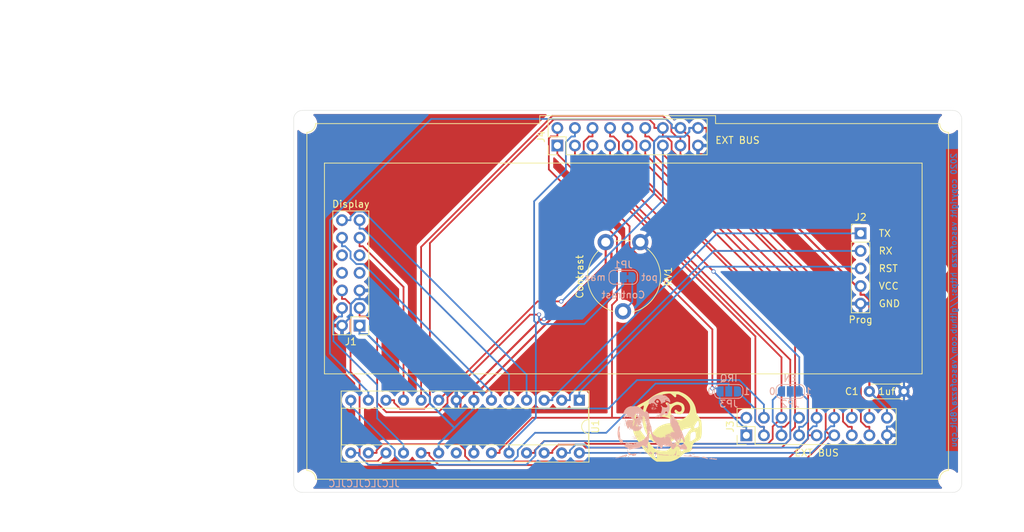
<source format=kicad_pcb>
(kicad_pcb (version 20171130) (host pcbnew "(5.1.5-0-10_14)")
  (layers (0 F.Cu signal) (31 B.Cu signal) (34 B.Paste user) (35 F.Paste user) (36 B.SilkS user) (37 F.SilkS user) (38 B.Mask user) (39 F.Mask user) (44 Edge.Cuts user))
  (net 0 "")
  (net 1 GND)
  (net 2 VCC)
  (net 3 "Net-(J1-Pad14)")
  (net 4 "Net-(J1-Pad13)")
  (net 5 "Net-(J1-Pad12)")
  (net 6 "Net-(J1-Pad11)")
  (net 7 "Net-(J1-Pad6)")
  (net 8 "Net-(J1-Pad4)")
  (net 9 "Net-(J1-Pad3)")
  (net 10 "Net-(J2-Pad3)")
  (net 11 "Net-(J2-Pad2)")
  (net 12 "Net-(J2-Pad1)")
  (net 13 "Net-(J3-Pad16)")
  (net 14 "Net-(J3-Pad15)")
  (net 15 "Net-(J3-Pad14)")
  (net 16 "Net-(J3-Pad13)")
  (net 17 "Net-(J3-Pad12)")
  (net 18 "Net-(J3-Pad11)")
  (net 19 "Net-(J3-Pad10)")
  (net 20 "Net-(J3-Pad9)")
  (net 21 "Net-(J3-Pad8)")
  (net 22 "Net-(J3-Pad7)")
  (net 23 "Net-(J3-Pad6)")
  (net 24 "Net-(J3-Pad5)")
  (net 25 "Net-(J3-Pad4)")
  (net 26 "Net-(J3-Pad3)")
  (net 27 "Net-(J3-Pad2)")
  (net 28 "Net-(J3-Pad1)")
  (net 29 "Net-(JP2-Pad2)")
  (net 30 "Net-(JP3-Pad2)")
  (net 31 "Net-(JP1-Pad1)")
  (module Potentiometer_THT:Potentiometer_Piher_PT-10-V10_Vertical (layer F.Cu) (at 102.87 50.8 270)
    (fp_text reference RV1 (at 5 -9.05 90) (layer F.SilkS))
    (fp_text value Contrast (at 5 3.75 90) (layer F.SilkS))
    (pad 1 thru_hole circle (at 0 0 270) (size 2.34 2.34) (drill 1.3) (layers *.Cu *.Mask) (net 2 VCC))
    (pad 2 thru_hole circle (at 10 -2.5 270) (size 2.34 2.34) (drill 1.3) (layers *.Cu *.Mask) (net 31 "Net-(JP1-Pad1)"))
    (pad 3 thru_hole circle (at 0 -5 270) (size 2.34 2.34) (drill 1.3) (layers *.Cu *.Mask) (net 1 GND))
  )
  (module Connector_PinHeader_2.54mm:PinHeader_2x09_P2.54mm_Vertical (layer F.Cu) (at 95.885 36.83 90)
    (fp_text reference J4 (at 1.27 -2.33 90) (layer F.SilkS))
    (fp_text value "EXT BUS" (at 0.762 26.035 180) (layer F.SilkS))
    (pad 18 thru_hole oval (at 2.54 20.32 90) (size 1.7 1.7) (drill 1) (layers *.Cu *.Mask) (net 2 VCC))
    (pad 17 thru_hole oval (at 0 20.32 90) (size 1.7 1.7) (drill 1) (layers *.Cu *.Mask) (net 1 GND))
    (pad 16 thru_hole oval (at 2.54 17.78 90) (size 1.7 1.7) (drill 1) (layers *.Cu *.Mask) (net 13 "Net-(J3-Pad16)"))
    (pad 15 thru_hole oval (at 0 17.78 90) (size 1.7 1.7) (drill 1) (layers *.Cu *.Mask) (net 14 "Net-(J3-Pad15)"))
    (pad 14 thru_hole oval (at 2.54 15.24 90) (size 1.7 1.7) (drill 1) (layers *.Cu *.Mask) (net 15 "Net-(J3-Pad14)"))
    (pad 13 thru_hole oval (at 0 15.24 90) (size 1.7 1.7) (drill 1) (layers *.Cu *.Mask) (net 16 "Net-(J3-Pad13)"))
    (pad 12 thru_hole oval (at 2.54 12.7 90) (size 1.7 1.7) (drill 1) (layers *.Cu *.Mask) (net 17 "Net-(J3-Pad12)"))
    (pad 11 thru_hole oval (at 0 12.7 90) (size 1.7 1.7) (drill 1) (layers *.Cu *.Mask) (net 18 "Net-(J3-Pad11)"))
    (pad 10 thru_hole oval (at 2.54 10.16 90) (size 1.7 1.7) (drill 1) (layers *.Cu *.Mask) (net 19 "Net-(J3-Pad10)"))
    (pad 9 thru_hole oval (at 0 10.16 90) (size 1.7 1.7) (drill 1) (layers *.Cu *.Mask) (net 20 "Net-(J3-Pad9)"))
    (pad 8 thru_hole oval (at 2.54 7.62 90) (size 1.7 1.7) (drill 1) (layers *.Cu *.Mask) (net 21 "Net-(J3-Pad8)"))
    (pad 7 thru_hole oval (at 0 7.62 90) (size 1.7 1.7) (drill 1) (layers *.Cu *.Mask) (net 22 "Net-(J3-Pad7)"))
    (pad 6 thru_hole oval (at 2.54 5.08 90) (size 1.7 1.7) (drill 1) (layers *.Cu *.Mask) (net 23 "Net-(J3-Pad6)"))
    (pad 5 thru_hole oval (at 0 5.08 90) (size 1.7 1.7) (drill 1) (layers *.Cu *.Mask) (net 24 "Net-(J3-Pad5)"))
    (pad 4 thru_hole oval (at 2.54 2.54 90) (size 1.7 1.7) (drill 1) (layers *.Cu *.Mask) (net 25 "Net-(J3-Pad4)"))
    (pad 3 thru_hole oval (at 0 2.54 90) (size 1.7 1.7) (drill 1) (layers *.Cu *.Mask) (net 26 "Net-(J3-Pad3)"))
    (pad 2 thru_hole oval (at 2.54 0 90) (size 1.7 1.7) (drill 1) (layers *.Cu *.Mask) (net 27 "Net-(J3-Pad2)"))
    (pad 1 thru_hole rect (at 0 0 90) (size 1.7 1.7) (drill 1) (layers *.Cu *.Mask) (net 28 "Net-(J3-Pad1)"))
  )
  (module MountingHole:MountingHole_2mm (layer F.Cu) (at 152.4 85.09)
    (fp_text reference M3 hide)
    (fp_text value MountingHole_2mm hide)
    (pad "" np_thru_hole circle (at 0 0) (size 2 2) (drill 2) (layers *.Cu *.Mask))
  )
  (module MountingHole:MountingHole_2mm (layer F.Cu) (at 59.69 85.09)
    (fp_text reference M2 hide)
    (fp_text value MountingHole_2mm hide)
    (pad "" np_thru_hole circle (at 0 0) (size 2 2) (drill 2) (layers *.Cu *.Mask))
  )
  (module MountingHole:MountingHole_2mm (layer F.Cu) (at 59.69 33.655)
    (fp_text reference M1 hide)
    (fp_text value MountingHole_2mm hide)
    (pad "" np_thru_hole circle (at 0 0) (size 2 2) (drill 2) (layers *.Cu *.Mask))
  )
  (module MountingHole:MountingHole_2mm (layer F.Cu) (at 152.4 33.655)
    (fp_text reference M0 hide)
    (fp_text value MountingHole_2mm hide)
    (pad "" np_thru_hole circle (at 0 0) (size 2 2) (drill 2) (layers *.Cu *.Mask))
  )
  (module Symbol:helix_small (layer F.Cu) (at 111.76 77.47)
    (fp_text reference S1 hide)
    (fp_text value LOGO hide)
  )
  (module Symbol:parrot (layer B.Cu) (at 110.49 77.47 180)
    (fp_text reference S0 hide)
    (fp_text value LOGO hide)
  )
  (module Package_DIP:DIP-28_W7.62mm_Socket (layer F.Cu) (at 99.06 73.66 270)
    (fp_text reference U1 (at 3.81 -2.33 90) (layer F.SilkS))
    (fp_text value ATmega328-PU)
    (pad 28 thru_hole oval (at 7.62 0 270) (size 1.6 1.6) (drill 0.8) (layers *.Cu *.Mask) (net 17 "Net-(J3-Pad12)"))
    (pad 14 thru_hole oval (at 0 33.02 270) (size 1.6 1.6) (drill 0.8) (layers *.Cu *.Mask) (net 30 "Net-(JP3-Pad2)"))
    (pad 27 thru_hole oval (at 7.62 2.54 270) (size 1.6 1.6) (drill 0.8) (layers *.Cu *.Mask) (net 19 "Net-(J3-Pad10)"))
    (pad 13 thru_hole oval (at 0 30.48 270) (size 1.6 1.6) (drill 0.8) (layers *.Cu *.Mask) (net 13 "Net-(J3-Pad16)"))
    (pad 26 thru_hole oval (at 7.62 5.08 270) (size 1.6 1.6) (drill 0.8) (layers *.Cu *.Mask) (net 21 "Net-(J3-Pad8)"))
    (pad 12 thru_hole oval (at 0 27.94 270) (size 1.6 1.6) (drill 0.8) (layers *.Cu *.Mask) (net 15 "Net-(J3-Pad14)"))
    (pad 25 thru_hole oval (at 7.62 7.62 270) (size 1.6 1.6) (drill 0.8) (layers *.Cu *.Mask) (net 23 "Net-(J3-Pad6)"))
    (pad 11 thru_hole oval (at 0 25.4 270) (size 1.6 1.6) (drill 0.8) (layers *.Cu *.Mask) (net 6 "Net-(J1-Pad11)"))
    (pad 24 thru_hole oval (at 7.62 10.16 270) (size 1.6 1.6) (drill 0.8) (layers *.Cu *.Mask) (net 25 "Net-(J3-Pad4)"))
    (pad 10 thru_hole oval (at 0 22.86 270) (size 1.6 1.6) (drill 0.8) (layers *.Cu *.Mask) (net 14 "Net-(J3-Pad15)"))
    (pad 23 thru_hole oval (at 7.62 12.7 270) (size 1.6 1.6) (drill 0.8) (layers *.Cu *.Mask) (net 27 "Net-(J3-Pad2)"))
    (pad 9 thru_hole oval (at 0 20.32 270) (size 1.6 1.6) (drill 0.8) (layers *.Cu *.Mask) (net 16 "Net-(J3-Pad13)"))
    (pad 22 thru_hole oval (at 7.62 15.24 270) (size 1.6 1.6) (drill 0.8) (layers *.Cu *.Mask) (net 1 GND))
    (pad 8 thru_hole oval (at 0 17.78 270) (size 1.6 1.6) (drill 0.8) (layers *.Cu *.Mask) (net 1 GND))
    (pad 21 thru_hole oval (at 7.62 17.78 270) (size 1.6 1.6) (drill 0.8) (layers *.Cu *.Mask))
    (pad 7 thru_hole oval (at 0 15.24 270) (size 1.6 1.6) (drill 0.8) (layers *.Cu *.Mask) (net 2 VCC))
    (pad 20 thru_hole oval (at 7.62 20.32 270) (size 1.6 1.6) (drill 0.8) (layers *.Cu *.Mask) (net 2 VCC))
    (pad 6 thru_hole oval (at 0 12.7 270) (size 1.6 1.6) (drill 0.8) (layers *.Cu *.Mask) (net 5 "Net-(J1-Pad12)"))
    (pad 19 thru_hole oval (at 7.62 22.86 270) (size 1.6 1.6) (drill 0.8) (layers *.Cu *.Mask) (net 18 "Net-(J3-Pad11)"))
    (pad 5 thru_hole oval (at 0 10.16 270) (size 1.6 1.6) (drill 0.8) (layers *.Cu *.Mask) (net 4 "Net-(J1-Pad13)"))
    (pad 18 thru_hole oval (at 7.62 25.4 270) (size 1.6 1.6) (drill 0.8) (layers *.Cu *.Mask) (net 8 "Net-(J1-Pad4)"))
    (pad 4 thru_hole oval (at 0 7.62 270) (size 1.6 1.6) (drill 0.8) (layers *.Cu *.Mask) (net 3 "Net-(J1-Pad14)"))
    (pad 17 thru_hole oval (at 7.62 27.94 270) (size 1.6 1.6) (drill 0.8) (layers *.Cu *.Mask) (net 7 "Net-(J1-Pad6)"))
    (pad 3 thru_hole oval (at 0 5.08 270) (size 1.6 1.6) (drill 0.8) (layers *.Cu *.Mask) (net 12 "Net-(J2-Pad1)"))
    (pad 16 thru_hole oval (at 7.62 30.48 270) (size 1.6 1.6) (drill 0.8) (layers *.Cu *.Mask) (net 20 "Net-(J3-Pad9)"))
    (pad 2 thru_hole oval (at 0 2.54 270) (size 1.6 1.6) (drill 0.8) (layers *.Cu *.Mask) (net 11 "Net-(J2-Pad2)"))
    (pad 15 thru_hole oval (at 7.62 33.02 270) (size 1.6 1.6) (drill 0.8) (layers *.Cu *.Mask) (net 29 "Net-(JP2-Pad2)"))
    (pad 1 thru_hole rect (at 0 0 270) (size 1.6 1.6) (drill 0.8) (layers *.Cu *.Mask) (net 10 "Net-(J2-Pad3)"))
  )
  (module Jumper:SolderJumper-3_P1.3mm_Open_RoundedPad1.0x1.5mm_NumberLabels (layer B.Cu) (at 120.65 72.39)
    (fp_text reference JP3 (at 0 1.8) (layer B.SilkS) (effects (justify mirror)))
    (fp_text value IRQ (at 0 -1.9) (layer B.SilkS) (effects (justify mirror)))
    (fp_text user 0 (at -2.6 0) (layer B.SilkS) (effects (justify mirror)))
    (fp_text user 1 (at 2.6 0) (layer B.SilkS) (effects (justify mirror)))
    (pad 2 smd rect (at 0 0) (size 1 1.5) (layers B.Cu B.Mask) (net 30 "Net-(JP3-Pad2)"))
    (pad 3 smd custom (at 1.3 0) (size 1 0.5) (layers B.Cu B.Mask) (net 26 "Net-(J3-Pad3)") (options (clearance outline) (anchor rect)) (primitives (gr_circle (center 0 -0.25) (end 0.5 -0.25) (width 0)) (gr_circle (center 0 0.25) (end 0.5 0.25) (width 0)) (gr_poly (pts (xy -0.55 0.75) (xy 0 0.75) (xy 0 -0.75) (xy -0.55 -0.75)) (width 0))))
    (pad 1 smd custom (at -1.3 0) (size 1 0.5) (layers B.Cu B.Mask) (net 28 "Net-(J3-Pad1)") (options (clearance outline) (anchor rect)) (primitives (gr_circle (center 0 -0.25) (end 0.5 -0.25) (width 0)) (gr_circle (center 0 0.25) (end 0.5 0.25) (width 0)) (gr_poly (pts (xy 0.55 0.75) (xy 0 0.75) (xy 0 -0.75) (xy 0.55 -0.75)) (width 0))))
  )
  (module Jumper:SolderJumper-3_P1.3mm_Open_RoundedPad1.0x1.5mm_NumberLabels (layer B.Cu) (at 129.54 72.39)
    (fp_text reference JP2 (at 0 1.8) (layer B.SilkS) (effects (justify mirror)))
    (fp_text value EN (at 0 -1.9) (layer B.SilkS) (effects (justify mirror)))
    (fp_text user 0 (at -2.6 0) (layer B.SilkS) (effects (justify mirror)))
    (fp_text user 1 (at 2.6 0) (layer B.SilkS) (effects (justify mirror)))
    (pad 2 smd rect (at 0 0) (size 1 1.5) (layers B.Cu B.Mask) (net 29 "Net-(JP2-Pad2)"))
    (pad 3 smd custom (at 1.3 0) (size 1 0.5) (layers B.Cu B.Mask) (net 22 "Net-(J3-Pad7)") (options (clearance outline) (anchor rect)) (primitives (gr_circle (center 0 -0.25) (end 0.5 -0.25) (width 0)) (gr_circle (center 0 0.25) (end 0.5 0.25) (width 0)) (gr_poly (pts (xy -0.55 0.75) (xy 0 0.75) (xy 0 -0.75) (xy -0.55 -0.75)) (width 0))))
    (pad 1 smd custom (at -1.3 0) (size 1 0.5) (layers B.Cu B.Mask) (net 24 "Net-(J3-Pad5)") (options (clearance outline) (anchor rect)) (primitives (gr_circle (center 0 -0.25) (end 0.5 -0.25) (width 0)) (gr_circle (center 0 0.25) (end 0.5 0.25) (width 0)) (gr_poly (pts (xy 0.55 0.75) (xy 0 0.75) (xy 0 -0.75) (xy 0.55 -0.75)) (width 0))))
  )
  (module Jumper:SolderJumper-3_P1.3mm_Bridged12_RoundedPad1.0x1.5mm_NumberLabels (layer B.Cu) (at 105.41 55.88 180)
    (fp_text reference JP1 (at 0 1.8) (layer B.SilkS) (effects (justify mirror)))
    (fp_text value Contrast (at 0 -2.54) (layer B.SilkS) (effects (justify mirror)))
    (fp_poly (pts (xy -0.9 0.3) (xy -0.4 0.3) (xy -0.4 -0.3) (xy -0.9 -0.3)) (layer B.Cu) (width 0))
    (fp_text user pot (at -3.81 0) (layer B.SilkS) (effects (justify mirror)))
    (fp_text user max (at 4.064 0 180) (layer B.SilkS) (effects (justify mirror)))
    (pad 1 smd custom (at -1.3 0 180) (size 1 0.5) (layers B.Cu B.Mask) (net 31 "Net-(JP1-Pad1)") (options (clearance outline) (anchor rect)) (primitives (gr_poly (pts (xy 0.55 0.75) (xy 0 0.75) (xy 0 -0.75) (xy 0.55 -0.75)) (width 0)) (gr_circle (center 0 -0.25) (end 0.5 -0.25) (width 0)) (gr_circle (center 0 0.25) (end 0.5 0.25) (width 0))))
    (pad 2 smd rect (at 0 0 180) (size 1 1.5) (layers B.Cu B.Mask) (net 9 "Net-(J1-Pad3)"))
    (pad 3 smd custom (at 1.3 0 180) (size 1 0.5) (layers B.Cu B.Mask) (net 1 GND) (options (clearance outline) (anchor rect)) (primitives (gr_circle (center 0 -0.25) (end 0.5 -0.25) (width 0)) (gr_circle (center 0 0.25) (end 0.5 0.25) (width 0)) (gr_poly (pts (xy -0.55 0.75) (xy 0 0.75) (xy 0 -0.75) (xy -0.55 -0.75)) (width 0))))
  )
  (module Connector_PinHeader_2.54mm:PinHeader_2x09_P2.54mm_Vertical (layer F.Cu) (at 123.19 78.74 90)
    (fp_text reference J3 (at 1.27 -2.33 90) (layer F.SilkS))
    (fp_text value "EXT BUS" (at -2.54 10.16 180) (layer F.SilkS))
    (pad 18 thru_hole oval (at 2.54 20.32 90) (size 1.7 1.7) (drill 1) (layers *.Cu *.Mask) (net 2 VCC))
    (pad 17 thru_hole oval (at 0 20.32 90) (size 1.7 1.7) (drill 1) (layers *.Cu *.Mask) (net 1 GND))
    (pad 16 thru_hole oval (at 2.54 17.78 90) (size 1.7 1.7) (drill 1) (layers *.Cu *.Mask) (net 13 "Net-(J3-Pad16)"))
    (pad 15 thru_hole oval (at 0 17.78 90) (size 1.7 1.7) (drill 1) (layers *.Cu *.Mask) (net 14 "Net-(J3-Pad15)"))
    (pad 14 thru_hole oval (at 2.54 15.24 90) (size 1.7 1.7) (drill 1) (layers *.Cu *.Mask) (net 15 "Net-(J3-Pad14)"))
    (pad 13 thru_hole oval (at 0 15.24 90) (size 1.7 1.7) (drill 1) (layers *.Cu *.Mask) (net 16 "Net-(J3-Pad13)"))
    (pad 12 thru_hole oval (at 2.54 12.7 90) (size 1.7 1.7) (drill 1) (layers *.Cu *.Mask) (net 17 "Net-(J3-Pad12)"))
    (pad 11 thru_hole oval (at 0 12.7 90) (size 1.7 1.7) (drill 1) (layers *.Cu *.Mask) (net 18 "Net-(J3-Pad11)"))
    (pad 10 thru_hole oval (at 2.54 10.16 90) (size 1.7 1.7) (drill 1) (layers *.Cu *.Mask) (net 19 "Net-(J3-Pad10)"))
    (pad 9 thru_hole oval (at 0 10.16 90) (size 1.7 1.7) (drill 1) (layers *.Cu *.Mask) (net 20 "Net-(J3-Pad9)"))
    (pad 8 thru_hole oval (at 2.54 7.62 90) (size 1.7 1.7) (drill 1) (layers *.Cu *.Mask) (net 21 "Net-(J3-Pad8)"))
    (pad 7 thru_hole oval (at 0 7.62 90) (size 1.7 1.7) (drill 1) (layers *.Cu *.Mask) (net 22 "Net-(J3-Pad7)"))
    (pad 6 thru_hole oval (at 2.54 5.08 90) (size 1.7 1.7) (drill 1) (layers *.Cu *.Mask) (net 23 "Net-(J3-Pad6)"))
    (pad 5 thru_hole oval (at 0 5.08 90) (size 1.7 1.7) (drill 1) (layers *.Cu *.Mask) (net 24 "Net-(J3-Pad5)"))
    (pad 4 thru_hole oval (at 2.54 2.54 90) (size 1.7 1.7) (drill 1) (layers *.Cu *.Mask) (net 25 "Net-(J3-Pad4)"))
    (pad 3 thru_hole oval (at 0 2.54 90) (size 1.7 1.7) (drill 1) (layers *.Cu *.Mask) (net 26 "Net-(J3-Pad3)"))
    (pad 2 thru_hole oval (at 2.54 0 90) (size 1.7 1.7) (drill 1) (layers *.Cu *.Mask) (net 27 "Net-(J3-Pad2)"))
    (pad 1 thru_hole rect (at 0 0 90) (size 1.7 1.7) (drill 1) (layers *.Cu *.Mask) (net 28 "Net-(J3-Pad1)"))
  )
  (module Connector_PinHeader_2.54mm:PinHeader_1x05_P2.54mm_Vertical (layer F.Cu) (at 139.7 49.53)
    (fp_text reference J2 (at 0 -2.33) (layer F.SilkS))
    (fp_text value Prog (at 0 12.49) (layer F.SilkS))
    (pad 5 thru_hole oval (at 0 10.16) (size 1.7 1.7) (drill 1) (layers *.Cu *.Mask) (net 1 GND))
    (pad 4 thru_hole oval (at 0 7.62) (size 1.7 1.7) (drill 1) (layers *.Cu *.Mask) (net 2 VCC))
    (pad 3 thru_hole oval (at 0 5.08) (size 1.7 1.7) (drill 1) (layers *.Cu *.Mask) (net 10 "Net-(J2-Pad3)"))
    (pad 2 thru_hole oval (at 0 2.54) (size 1.7 1.7) (drill 1) (layers *.Cu *.Mask) (net 11 "Net-(J2-Pad2)"))
    (pad 1 thru_hole rect (at 0 0) (size 1.7 1.7) (drill 1) (layers *.Cu *.Mask) (net 12 "Net-(J2-Pad1)"))
  )
  (module Connector_PinHeader_2.54mm:PinHeader_2x07_P2.54mm_Vertical (layer F.Cu) (at 67.31 62.865 180)
    (fp_text reference J1 (at 1.27 -2.33) (layer F.SilkS))
    (fp_text value Display (at 1.27 17.57) (layer F.SilkS))
    (pad 14 thru_hole oval (at 2.54 15.24 180) (size 1.7 1.7) (drill 1) (layers *.Cu *.Mask) (net 3 "Net-(J1-Pad14)"))
    (pad 13 thru_hole oval (at 0 15.24 180) (size 1.7 1.7) (drill 1) (layers *.Cu *.Mask) (net 4 "Net-(J1-Pad13)"))
    (pad 12 thru_hole oval (at 2.54 12.7 180) (size 1.7 1.7) (drill 1) (layers *.Cu *.Mask) (net 5 "Net-(J1-Pad12)"))
    (pad 11 thru_hole oval (at 0 12.7 180) (size 1.7 1.7) (drill 1) (layers *.Cu *.Mask) (net 6 "Net-(J1-Pad11)"))
    (pad 10 thru_hole oval (at 2.54 10.16 180) (size 1.7 1.7) (drill 1) (layers *.Cu *.Mask))
    (pad 9 thru_hole oval (at 0 10.16 180) (size 1.7 1.7) (drill 1) (layers *.Cu *.Mask))
    (pad 8 thru_hole oval (at 2.54 7.62 180) (size 1.7 1.7) (drill 1) (layers *.Cu *.Mask))
    (pad 7 thru_hole oval (at 0 7.62 180) (size 1.7 1.7) (drill 1) (layers *.Cu *.Mask))
    (pad 6 thru_hole oval (at 2.54 5.08 180) (size 1.7 1.7) (drill 1) (layers *.Cu *.Mask) (net 7 "Net-(J1-Pad6)"))
    (pad 5 thru_hole oval (at 0 5.08 180) (size 1.7 1.7) (drill 1) (layers *.Cu *.Mask) (net 1 GND))
    (pad 4 thru_hole oval (at 2.54 2.54 180) (size 1.7 1.7) (drill 1) (layers *.Cu *.Mask) (net 8 "Net-(J1-Pad4)"))
    (pad 3 thru_hole oval (at 0 2.54 180) (size 1.7 1.7) (drill 1) (layers *.Cu *.Mask) (net 9 "Net-(J1-Pad3)"))
    (pad 2 thru_hole oval (at 2.54 0 180) (size 1.7 1.7) (drill 1) (layers *.Cu *.Mask) (net 1 GND))
    (pad 1 thru_hole rect (at 0 0 180) (size 1.7 1.7) (drill 1) (layers *.Cu *.Mask) (net 2 VCC))
  )
  (module Capacitor_THT:C_Disc_D4.3mm_W1.9mm_P5.00mm (layer F.Cu) (at 140.97 72.39)
    (fp_text reference C1 (at -2.54 0) (layer F.SilkS))
    (fp_text value 1uf (at 2.5 0) (layer F.SilkS))
    (pad 2 thru_hole circle (at 5 0) (size 1.6 1.6) (drill 0.8) (layers *.Cu *.Mask) (net 1 GND))
    (pad 1 thru_hole circle (at 0 0) (size 1.6 1.6) (drill 0.8) (layers *.Cu *.Mask) (net 2 VCC))
  )
  (gr_line (start 118.745 33.655) (end 118.745 32.512) (layer F.SilkS) (width 0.12))
  (gr_line (start 151.13 33.655) (end 118.745 33.655) (layer F.SilkS) (width 0.12))
  (gr_line (start 93.345 32.512) (end 118.745 32.512) (layer F.SilkS) (width 0.12))
  (gr_line (start 93.345 33.655) (end 93.345 32.512) (layer F.SilkS) (width 0.12))
  (gr_line (start 60.96 33.655) (end 93.345 33.655) (layer F.SilkS) (width 0.12))
  (gr_text JLCJLCJLCJLC (at 67.945 85.725) (layer B.SilkS) (effects (font (size 1 1)) (justify mirror)))
  (gr_text "2020 copyright vascofazza https://github.com/vascofazza/8bit_cpu" (at 153.162 37.846 90) (layer B.Cu) (effects (font (size 0.81 0.81)) (justify left mirror)))
  (gr_text GND (at 142.24 59.69) (layer F.SilkS) (effects (font (size 1 1)) (justify left)))
  (gr_text VCC (at 142.24 57.15) (layer F.SilkS) (effects (font (size 1 1)) (justify left)))
  (gr_text RST (at 142.24 54.61) (layer F.SilkS) (effects (font (size 1 1)) (justify left)))
  (gr_text RX (at 142.24 52.07) (layer F.SilkS) (effects (font (size 1 1)) (justify left)))
  (gr_text TX (at 142.24 49.53) (layer F.SilkS) (effects (font (size 1 1)) (justify left)))
  (gr_arc (start 153.035 33.02) (end 154.305 33.02) (angle -90) (layer Edge.Cuts) (width 0.05))
  (gr_arc (start 153.035 85.725) (end 153.035 86.995) (angle -90) (layer Edge.Cuts) (width 0.05))
  (gr_arc (start 59.055 85.725) (end 57.785 85.725) (angle -90) (layer Edge.Cuts) (width 0.05))
  (gr_arc (start 59.055 33.02) (end 59.055 31.75) (angle -90) (layer Edge.Cuts) (width 0.05))
  (gr_line (start 153.035 31.75) (end 59.055 31.75) (layer Edge.Cuts) (width 0.05))
  (gr_line (start 154.305 85.725) (end 154.305 33.02) (layer Edge.Cuts) (width 0.05))
  (gr_line (start 59.055 86.995) (end 153.035 86.995) (layer Edge.Cuts) (width 0.05))
  (gr_line (start 57.785 33.02) (end 57.785 85.725) (layer Edge.Cuts) (width 0.05))
  (gr_arc (start 152.4 85.09) (end 152.4 83.82) (angle -90) (layer F.SilkS) (width 0.12))
  (gr_arc (start 152.4 33.655) (end 151.13 33.655) (angle -90) (layer F.SilkS) (width 0.12))
  (gr_arc (start 59.69 33.655) (end 59.69 34.925) (angle -90) (layer F.SilkS) (width 0.12))
  (gr_arc (start 59.69 85.09) (end 60.96 85.09) (angle -90) (layer F.SilkS) (width 0.12))
  (gr_line (start 152.4 83.82) (end 152.4 34.925) (layer F.SilkS) (width 0.12))
  (gr_line (start 60.96 85.09) (end 151.13 85.09) (layer F.SilkS) (width 0.12))
  (gr_line (start 59.69 34.925) (end 59.69 83.82) (layer F.SilkS) (width 0.12))
  (gr_line (start 148.59 39.37) (end 62.23 39.37) (layer F.SilkS) (width 0.12))
  (gr_line (start 148.59 69.85) (end 148.59 39.37) (layer F.SilkS) (width 0.12))
  (gr_line (start 62.23 69.85) (end 148.59 69.85) (layer F.SilkS) (width 0.12))
  (gr_line (start 62.23 39.37) (end 62.23 69.85) (layer F.SilkS) (width 0.12))
  (segment (start 150.187143 61.253143) (end 150.422857 61.253143) (width 0.3) (layer F.Cu) (net 0))
  (segment (start 149.872857 61.331714) (end 150.187143 61.253143) (width 0.3) (layer F.Cu) (net 0))
  (segment (start 149.558572 60.467428) (end 149.48 60.546) (width 0.3) (layer F.Cu) (net 0))
  (segment (start 149.715714 61.410286) (end 149.872857 61.331714) (width 0.3) (layer F.Cu) (net 0))
  (segment (start 149.48 60.546) (end 149.637143 60.546) (width 0.3) (layer F.Cu) (net 0))
  (segment (start 149.558572 60.624571) (end 149.637143 60.546) (width 0.3) (layer F.Cu) (net 0))
  (segment (start 149.48 60.546) (end 149.558572 60.624571) (width 0.3) (layer F.Cu) (net 0))
  (segment (start 151.13 61.803143) (end 151.13 62.196) (width 0.3) (layer F.Cu) (net 0))
  (segment (start 151.13 60.546) (end 150.03 60.546) (width 0.3) (layer F.Cu) (net 0))
  (segment (start 149.637143 60.546) (end 149.558572 60.467428) (width 0.3) (layer F.Cu) (net 0))
  (segment (start 151.051429 61.567428) (end 151.13 61.803143) (width 0.3) (layer F.Cu) (net 0))
  (segment (start 150.894286 61.410286) (end 151.051429 61.567428) (width 0.3) (layer F.Cu) (net 0))
  (segment (start 150.737143 61.331714) (end 150.894286 61.410286) (width 0.3) (layer F.Cu) (net 0))
  (segment (start 150.422857 61.253143) (end 150.737143 61.331714) (width 0.3) (layer F.Cu) (net 0))
  (segment (start 151.051429 59.838857) (end 151.13 59.681714) (width 0.3) (layer F.Cu) (net 0))
  (segment (start 151.13 59.681714) (end 151.13 59.367428) (width 0.3) (layer F.Cu) (net 0))
  (segment (start 151.13 59.367428) (end 151.051429 59.210286) (width 0.3) (layer F.Cu) (net 0))
  (segment (start 151.051429 59.210286) (end 150.894286 59.131714) (width 0.3) (layer F.Cu) (net 0))
  (segment (start 150.894286 59.131714) (end 150.815714 59.131714) (width 0.3) (layer F.Cu) (net 0))
  (segment (start 150.815714 59.131714) (end 150.658572 59.210286) (width 0.3) (layer F.Cu) (net 0))
  (segment (start 150.658572 59.210286) (end 150.58 59.367428) (width 0.3) (layer F.Cu) (net 0))
  (segment (start 150.58 59.367428) (end 150.58 59.603143) (width 0.3) (layer F.Cu) (net 0))
  (segment (start 150.58 59.603143) (end 150.501429 59.760286) (width 0.3) (layer F.Cu) (net 0))
  (segment (start 150.501429 59.760286) (end 150.344286 59.838857) (width 0.3) (layer F.Cu) (net 0))
  (segment (start 150.344286 59.838857) (end 150.265714 59.838857) (width 0.3) (layer F.Cu) (net 0))
  (segment (start 150.265714 59.838857) (end 150.108572 59.760286) (width 0.3) (layer F.Cu) (net 0))
  (segment (start 150.108572 59.760286) (end 150.03 59.603143) (width 0.3) (layer F.Cu) (net 0))
  (segment (start 150.03 59.603143) (end 150.03 59.367428) (width 0.3) (layer F.Cu) (net 0))
  (segment (start 150.03 59.367428) (end 150.108572 59.210286) (width 0.3) (layer F.Cu) (net 0))
  (segment (start 150.03 58.424571) (end 151.68 58.424571) (width 0.3) (layer F.Cu) (net 0))
  (segment (start 150.108572 58.424571) (end 150.03 58.267428) (width 0.3) (layer F.Cu) (net 0))
  (segment (start 150.03 58.267428) (end 150.03 57.953143) (width 0.3) (layer F.Cu) (net 0))
  (segment (start 150.03 57.953143) (end 150.108572 57.796) (width 0.3) (layer F.Cu) (net 0))
  (segment (start 150.108572 57.796) (end 150.187143 57.717428) (width 0.3) (layer F.Cu) (net 0))
  (segment (start 150.187143 57.717428) (end 150.344286 57.638857) (width 0.3) (layer F.Cu) (net 0))
  (segment (start 150.344286 57.638857) (end 150.815714 57.638857) (width 0.3) (layer F.Cu) (net 0))
  (segment (start 150.815714 57.638857) (end 150.972857 57.717428) (width 0.3) (layer F.Cu) (net 0))
  (segment (start 150.972857 57.717428) (end 151.051429 57.796) (width 0.3) (layer F.Cu) (net 0))
  (segment (start 151.051429 57.796) (end 151.13 57.953143) (width 0.3) (layer F.Cu) (net 0))
  (segment (start 151.13 57.953143) (end 151.13 58.267428) (width 0.3) (layer F.Cu) (net 0))
  (segment (start 151.13 58.267428) (end 151.051429 58.424571) (width 0.3) (layer F.Cu) (net 0))
  (segment (start 151.13 56.696) (end 151.051429 56.853143) (width 0.3) (layer F.Cu) (net 0))
  (segment (start 151.051429 56.853143) (end 150.894286 56.931714) (width 0.3) (layer F.Cu) (net 0))
  (segment (start 150.894286 56.931714) (end 149.48 56.931714) (width 0.3) (layer F.Cu) (net 0))
  (segment (start 151.13 55.360286) (end 150.265714 55.360286) (width 0.3) (layer F.Cu) (net 0))
  (segment (start 150.265714 55.360286) (end 150.108572 55.438857) (width 0.3) (layer F.Cu) (net 0))
  (segment (start 150.108572 55.438857) (end 150.03 55.596) (width 0.3) (layer F.Cu) (net 0))
  (segment (start 150.03 55.596) (end 150.03 55.910286) (width 0.3) (layer F.Cu) (net 0))
  (segment (start 150.03 55.910286) (end 150.108572 56.067428) (width 0.3) (layer F.Cu) (net 0))
  (segment (start 151.051429 55.360286) (end 151.13 55.517428) (width 0.3) (layer F.Cu) (net 0))
  (segment (start 151.13 55.517428) (end 151.13 55.910286) (width 0.3) (layer F.Cu) (net 0))
  (segment (start 151.13 55.910286) (end 151.051429 56.067428) (width 0.3) (layer F.Cu) (net 0))
  (segment (start 151.051429 56.067428) (end 150.894286 56.146) (width 0.3) (layer F.Cu) (net 0))
  (segment (start 150.894286 56.146) (end 150.737143 56.146) (width 0.3) (layer F.Cu) (net 0))
  (segment (start 150.737143 56.146) (end 150.58 56.067428) (width 0.3) (layer F.Cu) (net 0))
  (segment (start 150.58 56.067428) (end 150.501429 55.910286) (width 0.3) (layer F.Cu) (net 0))
  (segment (start 150.501429 55.910286) (end 150.501429 55.517428) (width 0.3) (layer F.Cu) (net 0))
  (segment (start 150.501429 55.517428) (end 150.422857 55.360286) (width 0.3) (layer F.Cu) (net 0))
  (segment (start 150.03 54.731714) (end 151.13 54.338857) (width 0.3) (layer F.Cu) (net 0))
  (segment (start 150.03 53.946) (end 151.13 54.338857) (width 0.3) (layer F.Cu) (net 0))
  (segment (start 151.13 54.338857) (end 151.522857 54.496) (width 0.3) (layer F.Cu) (net 0))
  (segment (start 151.522857 54.496) (end 151.601429 54.574571) (width 0.3) (layer F.Cu) (net 0))
  (segment (start 151.601429 54.574571) (end 151.68 54.731714) (width 0.3) (layer F.Cu) (net 0))
  (segment (start 151.13 52.060286) (end 149.48 52.060286) (width 0.3) (layer F.Cu) (net 0))
  (segment (start 150.03 51.274571) (end 151.13 51.274571) (width 0.3) (layer F.Cu) (net 0))
  (segment (start 150.187143 51.274571) (end 150.108572 51.196) (width 0.3) (layer F.Cu) (net 0))
  (segment (start 150.03 67.381714) (end 150.108572 67.224571) (width 0.3) (layer F.Cu) (net 0))
  (segment (start 151.13 67.381714) (end 151.13 67.696) (width 0.3) (layer F.Cu) (net 0))
  (segment (start 151.051429 67.853143) (end 150.894286 67.931714) (width 0.3) (layer F.Cu) (net 0))
  (segment (start 150.265714 67.931714) (end 150.108572 67.853143) (width 0.3) (layer F.Cu) (net 0))
  (segment (start 150.894286 67.931714) (end 150.265714 67.931714) (width 0.3) (layer F.Cu) (net 0))
  (segment (start 150.108572 67.224571) (end 150.265714 67.146) (width 0.3) (layer F.Cu) (net 0))
  (segment (start 151.13 67.696) (end 151.051429 67.853143) (width 0.3) (layer F.Cu) (net 0))
  (segment (start 150.108572 67.853143) (end 150.03 67.696) (width 0.3) (layer F.Cu) (net 0))
  (segment (start 150.108572 41.924571) (end 150.265714 41.846) (width 0.3) (layer F.Cu) (net 0))
  (segment (start 150.422857 41.846) (end 150.58 42.631714) (width 0.3) (layer F.Cu) (net 0))
  (segment (start 151.13 66.203143) (end 151.051429 66.360286) (width 0.3) (layer F.Cu) (net 0))
  (segment (start 150.422857 67.146) (end 150.58 67.931714) (width 0.3) (layer F.Cu) (net 0))
  (segment (start 150.03 42.081714) (end 150.108572 41.924571) (width 0.3) (layer F.Cu) (net 0))
  (segment (start 150.894286 42.631714) (end 150.265714 42.631714) (width 0.3) (layer F.Cu) (net 0))
  (segment (start 150.265714 41.846) (end 150.422857 41.846) (width 0.3) (layer F.Cu) (net 0))
  (segment (start 150.108572 42.553143) (end 150.03 42.396) (width 0.3) (layer F.Cu) (net 0))
  (segment (start 150.03 42.396) (end 150.03 42.081714) (width 0.3) (layer F.Cu) (net 0))
  (segment (start 150.265714 42.631714) (end 150.108572 42.553143) (width 0.3) (layer F.Cu) (net 0))
  (segment (start 151.051429 67.224571) (end 151.13 67.381714) (width 0.3) (layer F.Cu) (net 0))
  (segment (start 150.03 67.696) (end 150.03 67.381714) (width 0.3) (layer F.Cu) (net 0))
  (segment (start 150.03 47.110286) (end 150.03 46.953143) (width 0.3) (layer F.Cu) (net 0))
  (segment (start 150.894286 45.538857) (end 150.737143 45.538857) (width 0.3) (layer F.Cu) (net 0))
  (segment (start 149.48 49.781714) (end 150.894286 49.781714) (width 0.3) (layer F.Cu) (net 0))
  (segment (start 150.03 51.038857) (end 150.03 50.803143) (width 0.3) (layer F.Cu) (net 0))
  (segment (start 150.03 46.638857) (end 150.03 46.010286) (width 0.3) (layer F.Cu) (net 0))
  (segment (start 151.13 49.546) (end 151.13 49.388857) (width 0.3) (layer F.Cu) (net 0))
  (segment (start 149.715714 46.403143) (end 149.558572 46.324571) (width 0.3) (layer F.Cu) (net 0))
  (segment (start 150.108572 50.646) (end 150.265714 50.567428) (width 0.3) (layer F.Cu) (net 0))
  (segment (start 150.03 50.017428) (end 150.03 49.388857) (width 0.3) (layer F.Cu) (net 0))
  (segment (start 150.187143 47.346) (end 150.108572 47.267428) (width 0.3) (layer F.Cu) (net 0))
  (segment (start 150.344286 47.424571) (end 150.187143 47.346) (width 0.3) (layer F.Cu) (net 0))
  (segment (start 150.108572 47.267428) (end 150.03 47.110286) (width 0.3) (layer F.Cu) (net 0))
  (segment (start 151.13 46.403143) (end 149.715714 46.403143) (width 0.3) (layer F.Cu) (net 0))
  (segment (start 150.03 48.367428) (end 150.108572 48.210286) (width 0.3) (layer F.Cu) (net 0))
  (segment (start 150.422857 48.131714) (end 150.58 48.917428) (width 0.3) (layer F.Cu) (net 0))
  (segment (start 151.13 47.424571) (end 150.03 47.424571) (width 0.3) (layer F.Cu) (net 0))
  (segment (start 150.108572 48.210286) (end 150.265714 48.131714) (width 0.3) (layer F.Cu) (net 0))
  (segment (start 151.13 45.303143) (end 151.051429 45.460286) (width 0.3) (layer F.Cu) (net 0))
  (segment (start 150.03 48.681714) (end 150.03 48.367428) (width 0.3) (layer F.Cu) (net 0))
  (segment (start 150.265714 48.917428) (end 150.108572 48.838857) (width 0.3) (layer F.Cu) (net 0))
  (segment (start 150.108572 48.838857) (end 150.03 48.681714) (width 0.3) (layer F.Cu) (net 0))
  (segment (start 150.03 50.803143) (end 150.108572 50.646) (width 0.3) (layer F.Cu) (net 0))
  (segment (start 151.051429 48.838857) (end 150.894286 48.917428) (width 0.3) (layer F.Cu) (net 0))
  (segment (start 151.13 48.681714) (end 151.051429 48.838857) (width 0.3) (layer F.Cu) (net 0))
  (segment (start 151.13 48.367428) (end 151.13 48.681714) (width 0.3) (layer F.Cu) (net 0))
  (segment (start 151.051429 48.210286) (end 151.13 48.367428) (width 0.3) (layer F.Cu) (net 0))
  (segment (start 151.051429 49.703143) (end 151.13 49.546) (width 0.3) (layer F.Cu) (net 0))
  (segment (start 150.894286 49.781714) (end 151.051429 49.703143) (width 0.3) (layer F.Cu) (net 0))
  (segment (start 150.265714 48.131714) (end 150.422857 48.131714) (width 0.3) (layer F.Cu) (net 0))
  (segment (start 150.108572 44.831714) (end 150.03 44.988857) (width 0.3) (layer F.Cu) (net 0))
  (segment (start 150.265714 44.753143) (end 150.108572 44.831714) (width 0.3) (layer F.Cu) (net 0))
  (segment (start 150.03 45.303143) (end 150.108572 45.460286) (width 0.3) (layer F.Cu) (net 0))
  (segment (start 150.03 44.988857) (end 150.03 45.303143) (width 0.3) (layer F.Cu) (net 0))
  (segment (start 151.051429 44.753143) (end 151.13 44.910286) (width 0.3) (layer F.Cu) (net 0))
  (segment (start 151.13 44.910286) (end 151.13 45.303143) (width 0.3) (layer F.Cu) (net 0))
  (segment (start 151.051429 45.460286) (end 150.894286 45.538857) (width 0.3) (layer F.Cu) (net 0))
  (segment (start 149.48 75.946) (end 150.658572 75.396) (width 0.3) (layer F.Cu) (net 0))
  (segment (start 150.737143 45.538857) (end 150.58 45.460286) (width 0.3) (layer F.Cu) (net 0))
  (segment (start 150.58 45.460286) (end 150.501429 45.303143) (width 0.3) (layer F.Cu) (net 0))
  (segment (start 151.13 69.581714) (end 149.48 69.581714) (width 0.3) (layer F.Cu) (net 0))
  (segment (start 150.265714 69.581714) (end 150.265714 68.638857) (width 0.3) (layer F.Cu) (net 0))
  (segment (start 149.48 72.017428) (end 149.715714 72.174571) (width 0.3) (layer F.Cu) (net 0))
  (segment (start 151.13 68.638857) (end 149.48 68.638857) (width 0.3) (layer F.Cu) (net 0))
  (segment (start 149.872857 72.331714) (end 149.951429 72.488857) (width 0.3) (layer F.Cu) (net 0))
  (segment (start 151.13 74.060286) (end 149.48 74.060286) (width 0.3) (layer F.Cu) (net 0))
  (segment (start 149.48 74.846) (end 151.13 74.846) (width 0.3) (layer F.Cu) (net 0))
  (segment (start 151.13 72.017428) (end 149.48 72.017428) (width 0.3) (layer F.Cu) (net 0))
  (segment (start 149.48 65.574571) (end 149.558572 65.653143) (width 0.3) (layer F.Cu) (net 0))
  (segment (start 149.715714 72.174571) (end 149.872857 72.331714) (width 0.3) (layer F.Cu) (net 0))
  (segment (start 150.658572 75.396) (end 149.48 74.846) (width 0.3) (layer F.Cu) (net 0))
  (segment (start 151.13 73.117428) (end 150.187143 73.824571) (width 0.3) (layer F.Cu) (net 0))
  (segment (start 150.03 64.946) (end 151.13 64.081714) (width 0.3) (layer F.Cu) (net 0))
  (segment (start 151.051429 42.553143) (end 150.894286 42.631714) (width 0.3) (layer F.Cu) (net 0))
  (segment (start 149.558572 61.567428) (end 149.715714 61.410286) (width 0.3) (layer F.Cu) (net 0))
  (segment (start 151.13 71.546) (end 151.13 72.488857) (width 0.3) (layer F.Cu) (net 0))
  (segment (start 151.051429 66.360286) (end 150.894286 66.438857) (width 0.3) (layer F.Cu) (net 0))
  (segment (start 150.894286 66.438857) (end 149.48 66.438857) (width 0.3) (layer F.Cu) (net 0))
  (segment (start 151.13 64.946) (end 150.03 64.081714) (width 0.3) (layer F.Cu) (net 0))
  (segment (start 151.13 75.946) (end 149.48 75.946) (width 0.3) (layer F.Cu) (net 0))
  (segment (start 149.48 61.803143) (end 149.558572 61.567428) (width 0.3) (layer F.Cu) (net 0))
  (segment (start 151.13 65.574571) (end 150.03 65.574571) (width 0.3) (layer F.Cu) (net 0))
  (segment (start 149.48 62.196) (end 149.48 61.803143) (width 0.3) (layer F.Cu) (net 0))
  (segment (start 151.13 62.196) (end 149.48 62.196) (width 0.3) (layer F.Cu) (net 0))
  (segment (start 149.48 65.574571) (end 149.637143 65.574571) (width 0.3) (layer F.Cu) (net 0))
  (segment (start 149.558572 65.496) (end 149.48 65.574571) (width 0.3) (layer F.Cu) (net 0))
  (segment (start 149.558572 65.653143) (end 149.637143 65.574571) (width 0.3) (layer F.Cu) (net 0))
  (segment (start 149.637143 65.574571) (end 149.558572 65.496) (width 0.3) (layer F.Cu) (net 0))
  (segment (start 149.48 73.117428) (end 150.422857 74.060286) (width 0.3) (layer F.Cu) (net 0))
  (segment (start 150.265714 67.146) (end 150.422857 67.146) (width 0.3) (layer F.Cu) (net 0))
  (segment (start 151.13 43.731714) (end 151.051429 43.888857) (width 0.3) (layer F.Cu) (net 0))
  (segment (start 151.13 42.396) (end 151.051429 42.553143) (width 0.3) (layer F.Cu) (net 0))
  (segment (start 151.13 42.081714) (end 151.13 42.396) (width 0.3) (layer F.Cu) (net 0))
  (segment (start 150.03 43.731714) (end 150.03 43.417428) (width 0.3) (layer F.Cu) (net 0))
  (segment (start 150.03 43.417428) (end 150.108572 43.260286) (width 0.3) (layer F.Cu) (net 0))
  (segment (start 150.108572 43.888857) (end 150.03 43.731714) (width 0.3) (layer F.Cu) (net 0))
  (segment (start 151.051429 41.924571) (end 151.13 42.081714) (width 0.3) (layer F.Cu) (net 0))
  (segment (start 150.972857 43.967428) (end 150.815714 44.046) (width 0.3) (layer F.Cu) (net 0))
  (segment (start 151.051429 43.888857) (end 150.972857 43.967428) (width 0.3) (layer F.Cu) (net 0))
  (segment (start 149.558572 46.324571) (end 149.48 46.167428) (width 0.3) (layer F.Cu) (net 0))
  (segment (start 150.187143 43.967428) (end 150.108572 43.888857) (width 0.3) (layer F.Cu) (net 0))
  (segment (start 150.344286 44.046) (end 150.187143 43.967428) (width 0.3) (layer F.Cu) (net 0))
  (segment (start 149.48 46.167428) (end 149.48 46.010286) (width 0.3) (layer F.Cu) (net 0))
  (segment (start 151.13 43.417428) (end 151.13 43.731714) (width 0.3) (layer F.Cu) (net 0))
  (segment (start 150.501429 45.303143) (end 150.501429 44.910286) (width 0.3) (layer F.Cu) (net 0))
  (segment (start 150.501429 44.910286) (end 150.422857 44.753143) (width 0.3) (layer F.Cu) (net 0))
  (segment (start 150.815714 44.046) (end 150.344286 44.046) (width 0.3) (layer F.Cu) (net 0))
  (segment (start 150.108572 51.196) (end 150.03 51.038857) (width 0.3) (layer F.Cu) (net 0))
  (segment (start 150.894286 48.917428) (end 150.265714 48.917428) (width 0.3) (layer F.Cu) (net 0))
  (segment (start 150.265714 50.567428) (end 151.13 50.567428) (width 0.3) (layer F.Cu) (net 0))
  (segment (start 151.13 44.753143) (end 150.265714 44.753143) (width 0.3) (layer F.Cu) (net 0))
  (segment (start 151.051429 43.260286) (end 151.13 43.417428) (width 0.3) (layer F.Cu) (net 0))
  (segment (start 107.87 50.8) (end 104.11 54.56) (width 0.3) (layer B.Cu) (net 1))
  (segment (start 104.11 54.56) (end 104.11 55.88) (width 0.3) (layer B.Cu) (net 1))
  (segment (start 116.205 36.83) (end 116.205 42.465) (width 0.3) (layer B.Cu) (net 1))
  (segment (start 116.205 42.465) (end 107.87 50.8) (width 0.3) (layer B.Cu) (net 1))
  (segment (start 116.205 36.83) (end 116.205 38.0843) (width 0.3) (layer F.Cu) (net 1))
  (segment (start 139.7 59.69) (end 138.4457 59.69) (width 0.3) (layer F.Cu) (net 1))
  (segment (start 138.4457 59.69) (end 116.84 38.0843) (width 0.3) (layer F.Cu) (net 1))
  (segment (start 116.84 38.0843) (end 116.205 38.0843) (width 0.3) (layer F.Cu) (net 1))
  (segment (start 81.8822 73.66) (end 81.8822 73.5664) (width 0.3) (layer F.Cu) (net 1))
  (segment (start 81.8822 73.5664) (end 93.4586 61.99) (width 0.3) (layer F.Cu) (net 1))
  (segment (start 93.4586 61.99) (end 93.8976 61.99) (width 0.3) (layer F.Cu) (net 1))
  (segment (start 93.8976 61.99) (end 93.9599 61.9277) (width 0.3) (layer F.Cu) (net 1))
  (segment (start 93.9599 61.9277) (end 98.0623 61.9277) (width 0.3) (layer B.Cu) (net 1))
  (segment (start 98.0623 61.9277) (end 104.11 55.88) (width 0.3) (layer B.Cu) (net 1))
  (segment (start 83.82 80.0757) (end 81.8822 78.1379) (width 0.3) (layer F.Cu) (net 1))
  (segment (start 81.8822 78.1379) (end 81.8822 73.66) (width 0.3) (layer F.Cu) (net 1))
  (segment (start 83.82 81.28) (end 83.82 80.0757) (width 0.3) (layer F.Cu) (net 1))
  (segment (start 81.28 73.66) (end 81.8822 73.66) (width 0.3) (layer F.Cu) (net 1))
  (segment (start 64.77 62.865) (end 66.04 61.595) (width 0.3) (layer B.Cu) (net 1))
  (segment (start 66.04 61.595) (end 66.04 59.7673) (width 0.3) (layer B.Cu) (net 1))
  (segment (start 66.04 59.7673) (end 66.768 59.0393) (width 0.3) (layer B.Cu) (net 1))
  (segment (start 66.768 59.0393) (end 67.31 59.0393) (width 0.3) (layer B.Cu) (net 1))
  (segment (start 81.28 73.66) (end 81.28 72.4557) (width 0.3) (layer B.Cu) (net 1))
  (segment (start 67.31 57.785) (end 67.31 59.0393) (width 0.3) (layer B.Cu) (net 1))
  (segment (start 81.28 72.4557) (end 67.8636 59.0393) (width 0.3) (layer B.Cu) (net 1))
  (segment (start 67.8636 59.0393) (end 67.31 59.0393) (width 0.3) (layer B.Cu) (net 1))
  (segment (start 143.51 78.74) (end 143.51 77.4857) (width 0.3) (layer B.Cu) (net 1))
  (segment (start 145.97 72.39) (end 145.97 75.5455) (width 0.3) (layer B.Cu) (net 1))
  (segment (start 145.97 75.5455) (end 144.0298 77.4857) (width 0.3) (layer B.Cu) (net 1))
  (segment (start 144.0298 77.4857) (end 143.51 77.4857) (width 0.3) (layer B.Cu) (net 1))
  (segment (start 139.7 60.9443) (end 145.97 67.2143) (width 0.3) (layer B.Cu) (net 1))
  (segment (start 145.97 67.2143) (end 145.97 72.39) (width 0.3) (layer B.Cu) (net 1))
  (segment (start 139.7 59.69) (end 139.7 60.9443) (width 0.3) (layer B.Cu) (net 1))
  (via (at 93.9599 61.9277) (size 0.6) (layers F.Cu B.Cu) (net 1))
  (segment (start 83.82 72.4557) (end 84.4279 72.4557) (width 0.3) (layer F.Cu) (net 2))
  (segment (start 84.4279 72.4557) (end 102.87 54.0136) (width 0.3) (layer F.Cu) (net 2))
  (segment (start 102.87 54.0136) (end 102.87 50.8) (width 0.3) (layer F.Cu) (net 2))
  (segment (start 116.205 34.29) (end 114.9507 34.29) (width 0.3) (layer B.Cu) (net 2))
  (segment (start 114.9507 34.29) (end 114.9507 34.8388) (width 0.3) (layer B.Cu) (net 2))
  (segment (start 114.9507 34.8388) (end 114.2452 35.5443) (width 0.3) (layer B.Cu) (net 2))
  (segment (start 114.2452 35.5443) (end 110.58 35.5443) (width 0.3) (layer B.Cu) (net 2))
  (segment (start 110.58 35.5443) (end 109.8551 36.2692) (width 0.3) (layer B.Cu) (net 2))
  (segment (start 109.8551 36.2692) (end 109.8551 43.8149) (width 0.3) (layer B.Cu) (net 2))
  (segment (start 109.8551 43.8149) (end 102.87 50.8) (width 0.3) (layer B.Cu) (net 2))
  (segment (start 116.205 34.29) (end 117.4593 34.29) (width 0.3) (layer F.Cu) (net 2))
  (segment (start 139.7 57.7771) (end 117.4593 35.5364) (width 0.3) (layer F.Cu) (net 2))
  (segment (start 117.4593 35.5364) (end 117.4593 34.29) (width 0.3) (layer F.Cu) (net 2))
  (segment (start 139.7 57.7771) (end 139.7 58.4043) (width 0.3) (layer F.Cu) (net 2))
  (segment (start 139.7 57.15) (end 139.7 57.7771) (width 0.3) (layer F.Cu) (net 2))
  (segment (start 140.97 72.39) (end 140.97 59.1545) (width 0.3) (layer F.Cu) (net 2))
  (segment (start 140.97 59.1545) (end 140.2198 58.4043) (width 0.3) (layer F.Cu) (net 2))
  (segment (start 140.2198 58.4043) (end 139.7 58.4043) (width 0.3) (layer F.Cu) (net 2))
  (segment (start 81.0131 77.6712) (end 78.74 79.9443) (width 0.3) (layer B.Cu) (net 2))
  (segment (start 78.74 79.9443) (end 78.74 81.28) (width 0.3) (layer B.Cu) (net 2))
  (segment (start 83.82 74.8643) (end 81.0131 77.6712) (width 0.3) (layer B.Cu) (net 2))
  (segment (start 67.31 64.1193) (end 68.4075 64.1193) (width 0.3) (layer B.Cu) (net 2))
  (segment (start 68.4075 64.1193) (end 77.47 73.1818) (width 0.3) (layer B.Cu) (net 2))
  (segment (start 77.47 73.1818) (end 77.47 74.1282) (width 0.3) (layer B.Cu) (net 2))
  (segment (start 77.47 74.1282) (end 81.0131 77.6712) (width 0.3) (layer B.Cu) (net 2))
  (segment (start 67.31 62.865) (end 67.31 64.1193) (width 0.3) (layer B.Cu) (net 2))
  (segment (start 83.82 73.66) (end 83.82 74.8643) (width 0.3) (layer B.Cu) (net 2))
  (segment (start 83.82 73.66) (end 83.82 72.4557) (width 0.3) (layer F.Cu) (net 2))
  (segment (start 143.51 76.2) (end 143.51 74.93) (width 0.3) (layer B.Cu) (net 2))
  (segment (start 143.51 74.93) (end 140.97 72.39) (width 0.3) (layer B.Cu) (net 2))
  (segment (start 91.44 73.66) (end 91.44 72.4787) (width 0.254) (layer B.Cu) (net 3))
  (segment (start 66.0013 47.625) (end 66.0013 47.1633) (width 0.254) (layer B.Cu) (net 3))
  (segment (start 66.0013 47.1633) (end 66.79 46.3746) (width 0.254) (layer B.Cu) (net 3))
  (segment (start 66.79 46.3746) (end 67.8587 46.3746) (width 0.254) (layer B.Cu) (net 3))
  (segment (start 67.8587 46.3746) (end 91.44 69.9559) (width 0.254) (layer B.Cu) (net 3))
  (segment (start 91.44 69.9559) (end 91.44 72.4787) (width 0.254) (layer B.Cu) (net 3))
  (segment (start 64.77 47.625) (end 66.0013 47.625) (width 0.254) (layer B.Cu) (net 3))
  (segment (start 88.9 72.4787) (end 88.9 69.9274) (width 0.254) (layer B.Cu) (net 4))
  (segment (start 88.9 69.9274) (end 67.8289 48.8563) (width 0.254) (layer B.Cu) (net 4))
  (segment (start 67.8289 48.8563) (end 67.31 48.8563) (width 0.254) (layer B.Cu) (net 4))
  (segment (start 88.9 73.66) (end 88.9 72.4787) (width 0.254) (layer B.Cu) (net 4))
  (segment (start 67.31 47.625) (end 67.31 48.8563) (width 0.254) (layer B.Cu) (net 4))
  (segment (start 64.77 50.165) (end 64.77 51.3963) (width 0.254) (layer B.Cu) (net 5))
  (segment (start 64.77 51.3963) (end 65.2318 51.3963) (width 0.254) (layer B.Cu) (net 5))
  (segment (start 65.2318 51.3963) (end 66.0013 52.1658) (width 0.254) (layer B.Cu) (net 5))
  (segment (start 66.0013 52.1658) (end 66.0013 53.1422) (width 0.254) (layer B.Cu) (net 5))
  (segment (start 66.0013 53.1422) (end 66.8341 53.975) (width 0.254) (layer B.Cu) (net 5))
  (segment (start 66.8341 53.975) (end 67.8572 53.975) (width 0.254) (layer B.Cu) (net 5))
  (segment (start 67.8572 53.975) (end 86.36 72.4778) (width 0.254) (layer B.Cu) (net 5))
  (segment (start 86.36 72.4778) (end 86.36 73.66) (width 0.254) (layer B.Cu) (net 5))
  (segment (start 67.31 50.165) (end 67.31 51.3963) (width 0.254) (layer F.Cu) (net 6))
  (segment (start 67.31 51.3963) (end 67.7717 51.3963) (width 0.254) (layer F.Cu) (net 6))
  (segment (start 67.7717 51.3963) (end 73.66 57.2846) (width 0.254) (layer F.Cu) (net 6))
  (segment (start 73.66 57.2846) (end 73.66 73.66) (width 0.254) (layer F.Cu) (net 6))
  (segment (start 64.77 57.785) (end 64.77 59.0163) (width 0.254) (layer F.Cu) (net 7))
  (segment (start 64.77 59.0163) (end 65.2318 59.0163) (width 0.254) (layer F.Cu) (net 7))
  (segment (start 65.2318 59.0163) (end 66.0013 59.7858) (width 0.254) (layer F.Cu) (net 7))
  (segment (start 66.0013 59.7858) (end 66.0013 69.5703) (width 0.254) (layer F.Cu) (net 7))
  (segment (start 66.0013 69.5703) (end 67.31 70.879) (width 0.254) (layer F.Cu) (net 7))
  (segment (start 67.31 70.879) (end 67.31 81.7509) (width 0.254) (layer F.Cu) (net 7))
  (segment (start 67.31 81.7509) (end 68.0562 82.4971) (width 0.254) (layer F.Cu) (net 7))
  (segment (start 68.0562 82.4971) (end 69.9029 82.4971) (width 0.254) (layer F.Cu) (net 7))
  (segment (start 69.9029 82.4971) (end 71.12 81.28) (width 0.254) (layer F.Cu) (net 7))
  (segment (start 73.66 81.28) (end 73.66 80.0987) (width 0.254) (layer B.Cu) (net 8))
  (segment (start 64.77 60.325) (end 64.77 61.5563) (width 0.254) (layer B.Cu) (net 8))
  (segment (start 64.77 61.5563) (end 64.3083 61.5563) (width 0.254) (layer B.Cu) (net 8))
  (segment (start 64.3083 61.5563) (end 63.5263 62.3383) (width 0.254) (layer B.Cu) (net 8))
  (segment (start 63.5263 62.3383) (end 63.5263 65.1148) (width 0.254) (layer B.Cu) (net 8))
  (segment (start 63.5263 65.1148) (end 69.85 71.4385) (width 0.254) (layer B.Cu) (net 8))
  (segment (start 69.85 71.4385) (end 69.85 76.2887) (width 0.254) (layer B.Cu) (net 8))
  (segment (start 69.85 76.2887) (end 73.66 80.0987) (width 0.254) (layer B.Cu) (net 8))
  (segment (start 67.31 61.5563) (end 68.3104 61.5563) (width 0.254) (layer F.Cu) (net 9))
  (segment (start 68.3104 61.5563) (end 69.85 63.0959) (width 0.254) (layer F.Cu) (net 9))
  (segment (start 69.85 63.0959) (end 69.85 74.066) (width 0.254) (layer F.Cu) (net 9))
  (segment (start 69.85 74.066) (end 71.1679 75.3839) (width 0.254) (layer F.Cu) (net 9))
  (segment (start 71.1679 75.3839) (end 78.7078 75.3839) (width 0.254) (layer F.Cu) (net 9))
  (segment (start 78.7078 75.3839) (end 80.01 74.0817) (width 0.254) (layer F.Cu) (net 9))
  (segment (start 80.01 74.0817) (end 80.01 73.2306) (width 0.254) (layer F.Cu) (net 9))
  (segment (start 80.01 73.2306) (end 91.9549 61.2857) (width 0.254) (layer F.Cu) (net 9))
  (segment (start 91.9549 61.2857) (end 93.2373 61.2857) (width 0.254) (layer F.Cu) (net 9))
  (segment (start 105.41 57.0113) (end 99.7767 62.6446) (width 0.254) (layer B.Cu) (net 9))
  (segment (start 99.7767 62.6446) (end 93.6939 62.6446) (width 0.254) (layer B.Cu) (net 9))
  (segment (start 93.6939 62.6446) (end 93.2373 62.188) (width 0.254) (layer B.Cu) (net 9))
  (segment (start 93.2373 62.188) (end 93.2373 61.2857) (width 0.254) (layer B.Cu) (net 9))
  (segment (start 105.41 55.88) (end 105.41 57.0113) (width 0.254) (layer B.Cu) (net 9))
  (segment (start 67.31 60.325) (end 67.31 61.5563) (width 0.254) (layer F.Cu) (net 9))
  (via (at 93.2373 61.2857) (size 0.6) (layers F.Cu B.Cu) (net 9))
  (segment (start 138.4687 54.61) (end 138.2072 54.3485) (width 0.254) (layer B.Cu) (net 10))
  (segment (start 138.2072 54.3485) (end 117.1902 54.3485) (width 0.254) (layer B.Cu) (net 10))
  (segment (start 117.1902 54.3485) (end 99.06 72.4787) (width 0.254) (layer B.Cu) (net 10))
  (segment (start 99.06 73.66) (end 99.06 72.4787) (width 0.254) (layer B.Cu) (net 10))
  (segment (start 139.7 54.61) (end 138.4687 54.61) (width 0.254) (layer B.Cu) (net 10))
  (segment (start 97.7013 73.66) (end 97.7013 72.8724) (width 0.254) (layer B.Cu) (net 11))
  (segment (start 97.7013 72.8724) (end 118.5037 52.07) (width 0.254) (layer B.Cu) (net 11))
  (segment (start 118.5037 52.07) (end 139.7 52.07) (width 0.254) (layer B.Cu) (net 11))
  (segment (start 96.52 73.66) (end 97.7013 73.66) (width 0.254) (layer B.Cu) (net 11))
  (segment (start 93.98 73.66) (end 95.1613 73.66) (width 0.254) (layer B.Cu) (net 12))
  (segment (start 139.7 49.53) (end 118.9793 49.53) (width 0.254) (layer B.Cu) (net 12))
  (segment (start 118.9793 49.53) (end 95.1613 73.348) (width 0.254) (layer B.Cu) (net 12))
  (segment (start 95.1613 73.348) (end 95.1613 73.66) (width 0.254) (layer B.Cu) (net 12))
  (segment (start 113.665 34.29) (end 114.935 35.56) (width 0.254) (layer F.Cu) (net 13))
  (segment (start 114.935 35.56) (end 114.935 37.9976) (width 0.254) (layer F.Cu) (net 13))
  (segment (start 114.935 37.9976) (end 139.7388 62.8014) (width 0.254) (layer F.Cu) (net 13))
  (segment (start 139.7388 62.8014) (end 139.7388 73.0631) (width 0.254) (layer F.Cu) (net 13))
  (segment (start 139.7388 73.0631) (end 140.97 74.2943) (width 0.254) (layer F.Cu) (net 13))
  (segment (start 140.97 74.2943) (end 140.97 76.2) (width 0.254) (layer F.Cu) (net 13))
  (segment (start 113.665 34.29) (end 112.4337 34.29) (width 0.254) (layer B.Cu) (net 13))
  (segment (start 68.58 73.66) (end 68.58 72.4787) (width 0.254) (layer B.Cu) (net 13))
  (segment (start 68.58 72.4787) (end 63.0179 66.9166) (width 0.254) (layer B.Cu) (net 13))
  (segment (start 63.0179 66.9166) (end 63.0179 47.6159) (width 0.254) (layer B.Cu) (net 13))
  (segment (start 63.0179 47.6159) (end 77.6526 32.9812) (width 0.254) (layer B.Cu) (net 13))
  (segment (start 77.6526 32.9812) (end 111.6351 32.9812) (width 0.254) (layer B.Cu) (net 13))
  (segment (start 111.6351 32.9812) (end 112.4337 33.7798) (width 0.254) (layer B.Cu) (net 13))
  (segment (start 112.4337 33.7798) (end 112.4337 34.29) (width 0.254) (layer B.Cu) (net 13))
  (segment (start 113.665 38.0613) (end 139.1689 63.5652) (width 0.254) (layer F.Cu) (net 14))
  (segment (start 139.1689 63.5652) (end 139.1689 73.4664) (width 0.254) (layer F.Cu) (net 14))
  (segment (start 139.1689 73.4664) (end 139.7387 74.0362) (width 0.254) (layer F.Cu) (net 14))
  (segment (start 139.7387 74.0362) (end 139.7387 76.7392) (width 0.254) (layer F.Cu) (net 14))
  (segment (start 139.7387 76.7392) (end 140.5082 77.5087) (width 0.254) (layer F.Cu) (net 14))
  (segment (start 140.5082 77.5087) (end 140.97 77.5087) (width 0.254) (layer F.Cu) (net 14))
  (segment (start 113.665 35.5987) (end 113.1548 35.5987) (width 0.254) (layer F.Cu) (net 14))
  (segment (start 113.1548 35.5987) (end 112.3564 34.8003) (width 0.254) (layer F.Cu) (net 14))
  (segment (start 112.3564 34.8003) (end 112.3564 33.7559) (width 0.254) (layer F.Cu) (net 14))
  (segment (start 112.3564 33.7559) (end 111.1428 32.5423) (width 0.254) (layer F.Cu) (net 14))
  (segment (start 111.1428 32.5423) (end 95.1476 32.5423) (width 0.254) (layer F.Cu) (net 14))
  (segment (start 95.1476 32.5423) (end 76.2 51.4899) (width 0.254) (layer F.Cu) (net 14))
  (segment (start 76.2 51.4899) (end 76.2 73.66) (width 0.254) (layer F.Cu) (net 14))
  (segment (start 113.665 36.83) (end 113.665 38.0613) (width 0.254) (layer F.Cu) (net 14))
  (segment (start 140.97 78.74) (end 140.97 77.5087) (width 0.254) (layer F.Cu) (net 14))
  (segment (start 113.665 36.83) (end 113.665 35.5987) (width 0.254) (layer F.Cu) (net 14))
  (segment (start 138.43 76.2) (end 138.43 63.5452) (width 0.254) (layer F.Cu) (net 15))
  (segment (start 138.43 63.5452) (end 112.395 37.5102) (width 0.254) (layer F.Cu) (net 15))
  (segment (start 112.395 37.5102) (end 112.395 36.2811) (width 0.254) (layer F.Cu) (net 15))
  (segment (start 112.395 36.2811) (end 111.6352 35.5213) (width 0.254) (layer F.Cu) (net 15))
  (segment (start 111.6352 35.5213) (end 111.125 35.5213) (width 0.254) (layer F.Cu) (net 15))
  (segment (start 111.125 34.29) (end 109.8937 34.29) (width 0.254) (layer F.Cu) (net 15))
  (segment (start 71.12 73.66) (end 72.3013 73.66) (width 0.254) (layer F.Cu) (net 15))
  (segment (start 72.3013 73.66) (end 72.3013 74.0292) (width 0.254) (layer F.Cu) (net 15))
  (segment (start 72.3013 74.0292) (end 73.1476 74.8755) (width 0.254) (layer F.Cu) (net 15))
  (segment (start 73.1476 74.8755) (end 76.6688 74.8755) (width 0.254) (layer F.Cu) (net 15))
  (segment (start 76.6688 74.8755) (end 77.47 74.0743) (width 0.254) (layer F.Cu) (net 15))
  (segment (start 77.47 74.0743) (end 77.47 50.9389) (width 0.254) (layer F.Cu) (net 15))
  (segment (start 77.47 50.9389) (end 95.3582 33.0507) (width 0.254) (layer F.Cu) (net 15))
  (segment (start 95.3582 33.0507) (end 109.1646 33.0507) (width 0.254) (layer F.Cu) (net 15))
  (segment (start 109.1646 33.0507) (end 109.8937 33.7798) (width 0.254) (layer F.Cu) (net 15))
  (segment (start 109.8937 33.7798) (end 109.8937 34.29) (width 0.254) (layer F.Cu) (net 15))
  (segment (start 111.125 34.29) (end 111.125 35.5213) (width 0.254) (layer F.Cu) (net 15))
  (segment (start 78.74 73.66) (end 93.0279 59.3721) (width 0.254) (layer F.Cu) (net 16))
  (segment (start 93.0279 59.3721) (end 96.4486 59.3721) (width 0.254) (layer F.Cu) (net 16))
  (segment (start 96.4486 59.3721) (end 96.5172 59.3721) (width 0.254) (layer B.Cu) (net 16))
  (segment (start 96.5172 59.3721) (end 111.125 44.7643) (width 0.254) (layer B.Cu) (net 16))
  (segment (start 111.125 44.7643) (end 111.125 36.83) (width 0.254) (layer B.Cu) (net 16))
  (segment (start 138.43 78.74) (end 138.43 77.5087) (width 0.254) (layer F.Cu) (net 16))
  (segment (start 111.125 36.83) (end 111.125 38.0613) (width 0.254) (layer F.Cu) (net 16))
  (segment (start 111.125 38.0613) (end 137.16 64.0963) (width 0.254) (layer F.Cu) (net 16))
  (segment (start 137.16 64.0963) (end 137.16 76.7489) (width 0.254) (layer F.Cu) (net 16))
  (segment (start 137.16 76.7489) (end 137.9198 77.5087) (width 0.254) (layer F.Cu) (net 16))
  (segment (start 137.9198 77.5087) (end 138.43 77.5087) (width 0.254) (layer F.Cu) (net 16))
  (via (at 96.4486 59.3721) (size 0.6) (layers F.Cu B.Cu) (net 16))
  (segment (start 135.89 76.2) (end 135.89 77.4313) (width 0.254) (layer B.Cu) (net 17))
  (segment (start 99.06 81.28) (end 132.6015 81.28) (width 0.254) (layer B.Cu) (net 17))
  (segment (start 132.6015 81.28) (end 134.5814 79.3001) (width 0.254) (layer B.Cu) (net 17))
  (segment (start 134.5814 79.3001) (end 134.5814 78.2297) (width 0.254) (layer B.Cu) (net 17))
  (segment (start 134.5814 78.2297) (end 135.3798 77.4313) (width 0.254) (layer B.Cu) (net 17))
  (segment (start 135.3798 77.4313) (end 135.89 77.4313) (width 0.254) (layer B.Cu) (net 17))
  (segment (start 108.585 35.5213) (end 109.0952 35.5213) (width 0.254) (layer F.Cu) (net 17))
  (segment (start 109.0952 35.5213) (end 109.855 36.2811) (width 0.254) (layer F.Cu) (net 17))
  (segment (start 109.855 36.2811) (end 109.855 38.2289) (width 0.254) (layer F.Cu) (net 17))
  (segment (start 109.855 38.2289) (end 135.89 64.2639) (width 0.254) (layer F.Cu) (net 17))
  (segment (start 135.89 64.2639) (end 135.89 76.2) (width 0.254) (layer F.Cu) (net 17))
  (segment (start 108.585 34.29) (end 108.585 35.5213) (width 0.254) (layer F.Cu) (net 17))
  (segment (start 108.585 38.0613) (end 134.6587 64.135) (width 0.254) (layer F.Cu) (net 18))
  (segment (start 134.6587 64.135) (end 134.6587 78.1243) (width 0.254) (layer F.Cu) (net 18))
  (segment (start 134.6587 78.1243) (end 135.2744 78.74) (width 0.254) (layer F.Cu) (net 18))
  (segment (start 77.3813 81.28) (end 77.3813 81.6492) (width 0.254) (layer F.Cu) (net 18))
  (segment (start 77.3813 81.6492) (end 78.7698 83.0377) (width 0.254) (layer F.Cu) (net 18))
  (segment (start 78.7698 83.0377) (end 130.9767 83.0377) (width 0.254) (layer F.Cu) (net 18))
  (segment (start 130.9767 83.0377) (end 135.2744 78.74) (width 0.254) (layer F.Cu) (net 18))
  (segment (start 76.2 81.28) (end 77.3813 81.28) (width 0.254) (layer F.Cu) (net 18))
  (segment (start 108.585 36.83) (end 108.585 38.0613) (width 0.254) (layer F.Cu) (net 18))
  (segment (start 135.89 78.74) (end 135.2744 78.74) (width 0.254) (layer F.Cu) (net 18))
  (segment (start 133.35 76.2) (end 133.35 64.1011) (width 0.254) (layer F.Cu) (net 19))
  (segment (start 133.35 64.1011) (end 107.315 38.0661) (width 0.254) (layer F.Cu) (net 19))
  (segment (start 107.315 38.0661) (end 107.315 36.2811) (width 0.254) (layer F.Cu) (net 19))
  (segment (start 107.315 36.2811) (end 106.5552 35.5213) (width 0.254) (layer F.Cu) (net 19))
  (segment (start 106.5552 35.5213) (end 106.045 35.5213) (width 0.254) (layer F.Cu) (net 19))
  (segment (start 106.045 34.29) (end 106.045 35.5213) (width 0.254) (layer F.Cu) (net 19))
  (segment (start 133.35 76.2) (end 133.35 77.4313) (width 0.254) (layer B.Cu) (net 19))
  (segment (start 96.52 81.28) (end 97.7013 81.28) (width 0.254) (layer B.Cu) (net 19))
  (segment (start 97.7013 81.28) (end 97.7013 80.9108) (width 0.254) (layer B.Cu) (net 19))
  (segment (start 97.7013 80.9108) (end 98.5264 80.0857) (width 0.254) (layer B.Cu) (net 19))
  (segment (start 98.5264 80.0857) (end 99.847 80.0857) (width 0.254) (layer B.Cu) (net 19))
  (segment (start 99.847 80.0857) (end 100.274 80.5127) (width 0.254) (layer B.Cu) (net 19))
  (segment (start 100.274 80.5127) (end 130.7814 80.5127) (width 0.254) (layer B.Cu) (net 19))
  (segment (start 130.7814 80.5127) (end 132.08 79.2141) (width 0.254) (layer B.Cu) (net 19))
  (segment (start 132.08 79.2141) (end 132.08 78.1911) (width 0.254) (layer B.Cu) (net 19))
  (segment (start 132.08 78.1911) (end 132.8398 77.4313) (width 0.254) (layer B.Cu) (net 19))
  (segment (start 132.8398 77.4313) (end 133.35 77.4313) (width 0.254) (layer B.Cu) (net 19))
  (segment (start 132.1187 78.74) (end 132.1187 65.2823) (width 0.254) (layer F.Cu) (net 20))
  (segment (start 132.1187 65.2823) (end 106.045 39.2086) (width 0.254) (layer F.Cu) (net 20))
  (segment (start 106.045 39.2086) (end 106.045 36.83) (width 0.254) (layer F.Cu) (net 20))
  (segment (start 132.2458 78.74) (end 132.1187 78.74) (width 0.254) (layer F.Cu) (net 20))
  (segment (start 133.35 78.74) (end 132.2458 78.74) (width 0.254) (layer F.Cu) (net 20))
  (segment (start 68.58 81.28) (end 69.7613 81.28) (width 0.254) (layer F.Cu) (net 20))
  (segment (start 69.7613 81.28) (end 69.7613 80.9108) (width 0.254) (layer F.Cu) (net 20))
  (segment (start 69.7613 80.9108) (end 70.6413 80.0308) (width 0.254) (layer F.Cu) (net 20))
  (segment (start 70.6413 80.0308) (end 81.7606 80.0308) (width 0.254) (layer F.Cu) (net 20))
  (segment (start 81.7606 80.0308) (end 82.55 80.8202) (width 0.254) (layer F.Cu) (net 20))
  (segment (start 82.55 80.8202) (end 82.55 81.7434) (width 0.254) (layer F.Cu) (net 20))
  (segment (start 82.55 81.7434) (end 83.3305 82.5239) (width 0.254) (layer F.Cu) (net 20))
  (segment (start 83.3305 82.5239) (end 128.845 82.5239) (width 0.254) (layer F.Cu) (net 20))
  (segment (start 128.845 82.5239) (end 132.1187 79.2502) (width 0.254) (layer F.Cu) (net 20))
  (segment (start 132.1187 79.2502) (end 132.1187 78.74) (width 0.254) (layer F.Cu) (net 20))
  (segment (start 103.505 35.5213) (end 104.0152 35.5213) (width 0.254) (layer F.Cu) (net 21))
  (segment (start 104.0152 35.5213) (end 104.775 36.2811) (width 0.254) (layer F.Cu) (net 21))
  (segment (start 104.775 36.2811) (end 104.775 38.6576) (width 0.254) (layer F.Cu) (net 21))
  (segment (start 104.775 38.6576) (end 130.2309 64.1135) (width 0.254) (layer F.Cu) (net 21))
  (segment (start 130.2309 64.1135) (end 130.2309 76.2) (width 0.254) (layer F.Cu) (net 21))
  (segment (start 130.2309 76.2) (end 130.2309 77.5379) (width 0.254) (layer F.Cu) (net 21))
  (segment (start 130.2309 77.5379) (end 129.54 78.2288) (width 0.254) (layer F.Cu) (net 21))
  (segment (start 129.54 78.2288) (end 129.54 79.2864) (width 0.254) (layer F.Cu) (net 21))
  (segment (start 129.54 79.2864) (end 128.2952 80.5312) (width 0.254) (layer F.Cu) (net 21))
  (segment (start 128.2952 80.5312) (end 99.9818 80.5312) (width 0.254) (layer F.Cu) (net 21))
  (segment (start 99.9818 80.5312) (end 99.5493 80.0987) (width 0.254) (layer F.Cu) (net 21))
  (segment (start 99.5493 80.0987) (end 96.0307 80.0987) (width 0.254) (layer F.Cu) (net 21))
  (segment (start 96.0307 80.0987) (end 95.1613 80.9681) (width 0.254) (layer F.Cu) (net 21))
  (segment (start 95.1613 80.9681) (end 95.1613 81.28) (width 0.254) (layer F.Cu) (net 21))
  (segment (start 93.98 81.28) (end 95.1613 81.28) (width 0.254) (layer F.Cu) (net 21))
  (segment (start 103.505 34.29) (end 103.505 35.5213) (width 0.254) (layer F.Cu) (net 21))
  (segment (start 130.81 76.2) (end 130.2309 76.2) (width 0.254) (layer F.Cu) (net 21))
  (segment (start 118.449 55.0477) (end 103.505 40.1037) (width 0.254) (layer F.Cu) (net 22))
  (segment (start 103.505 40.1037) (end 103.505 38.0613) (width 0.254) (layer F.Cu) (net 22))
  (segment (start 130.84 72.39) (end 130.84 67.4387) (width 0.254) (layer B.Cu) (net 22))
  (segment (start 130.84 67.4387) (end 118.449 55.0477) (width 0.254) (layer B.Cu) (net 22))
  (segment (start 130.84 72.39) (end 132.0502 73.6002) (width 0.254) (layer B.Cu) (net 22))
  (segment (start 132.0502 73.6002) (end 132.0502 76.7787) (width 0.254) (layer B.Cu) (net 22))
  (segment (start 132.0502 76.7787) (end 131.3202 77.5087) (width 0.254) (layer B.Cu) (net 22))
  (segment (start 131.3202 77.5087) (end 130.81 77.5087) (width 0.254) (layer B.Cu) (net 22))
  (segment (start 130.81 78.74) (end 130.81 77.5087) (width 0.254) (layer B.Cu) (net 22))
  (segment (start 103.505 36.83) (end 103.505 38.0613) (width 0.254) (layer F.Cu) (net 22))
  (via (at 118.449 55.0477) (size 0.6) (layers F.Cu B.Cu) (net 22))
  (segment (start 128.27 76.2) (end 127 77.47) (width 0.254) (layer F.Cu) (net 23))
  (segment (start 127 77.47) (end 127 79.2656) (width 0.254) (layer F.Cu) (net 23))
  (segment (start 127 79.2656) (end 126.294 79.9716) (width 0.254) (layer F.Cu) (net 23))
  (segment (start 126.294 79.9716) (end 100.141 79.9716) (width 0.254) (layer F.Cu) (net 23))
  (segment (start 100.141 79.9716) (end 99.7598 79.5904) (width 0.254) (layer F.Cu) (net 23))
  (segment (start 99.7598 79.5904) (end 93.9416 79.5904) (width 0.254) (layer F.Cu) (net 23))
  (segment (start 93.9416 79.5904) (end 92.6213 80.9107) (width 0.254) (layer F.Cu) (net 23))
  (segment (start 92.6213 80.9107) (end 92.6213 81.28) (width 0.254) (layer F.Cu) (net 23))
  (segment (start 91.44 81.28) (end 92.6213 81.28) (width 0.254) (layer F.Cu) (net 23))
  (segment (start 100.965 35.5213) (end 100.4548 35.5213) (width 0.254) (layer F.Cu) (net 23))
  (segment (start 100.4548 35.5213) (end 99.695 36.2811) (width 0.254) (layer F.Cu) (net 23))
  (segment (start 99.695 36.2811) (end 99.695 38.8947) (width 0.254) (layer F.Cu) (net 23))
  (segment (start 99.695 38.8947) (end 128.27 67.4697) (width 0.254) (layer F.Cu) (net 23))
  (segment (start 128.27 67.4697) (end 128.27 76.2) (width 0.254) (layer F.Cu) (net 23))
  (segment (start 100.965 34.29) (end 100.965 35.5213) (width 0.254) (layer F.Cu) (net 23))
  (segment (start 128.27 78.74) (end 128.27 77.5087) (width 0.254) (layer F.Cu) (net 24))
  (segment (start 128.27 77.5087) (end 128.7317 77.5087) (width 0.254) (layer F.Cu) (net 24))
  (segment (start 128.7317 77.5087) (end 129.54 76.7004) (width 0.254) (layer F.Cu) (net 24))
  (segment (start 129.54 76.7004) (end 129.54 67.8157) (width 0.254) (layer F.Cu) (net 24))
  (segment (start 129.54 67.8157) (end 100.965 39.2407) (width 0.254) (layer F.Cu) (net 24))
  (segment (start 100.965 39.2407) (end 100.965 36.83) (width 0.254) (layer F.Cu) (net 24))
  (segment (start 128.27 78.74) (end 128.27 77.5087) (width 0.254) (layer B.Cu) (net 24))
  (segment (start 128.24 72.39) (end 127 73.63) (width 0.254) (layer B.Cu) (net 24))
  (segment (start 127 73.63) (end 127 76.7489) (width 0.254) (layer B.Cu) (net 24))
  (segment (start 127 76.7489) (end 127.7598 77.5087) (width 0.254) (layer B.Cu) (net 24))
  (segment (start 127.7598 77.5087) (end 128.27 77.5087) (width 0.254) (layer B.Cu) (net 24))
  (segment (start 92.7769 74.8534) (end 92.7769 62.4538) (width 0.254) (layer B.Cu) (net 25))
  (segment (start 92.7769 62.4538) (end 92.5314 62.2083) (width 0.254) (layer B.Cu) (net 25))
  (segment (start 92.5314 62.2083) (end 92.5314 44.891) (width 0.254) (layer B.Cu) (net 25))
  (segment (start 92.5314 44.891) (end 97.1164 40.306) (width 0.254) (layer B.Cu) (net 25))
  (segment (start 97.1164 40.306) (end 97.1164 36.3197) (width 0.254) (layer B.Cu) (net 25))
  (segment (start 97.1164 36.3197) (end 97.9148 35.5213) (width 0.254) (layer B.Cu) (net 25))
  (segment (start 97.9148 35.5213) (end 98.425 35.5213) (width 0.254) (layer B.Cu) (net 25))
  (segment (start 88.9 80.0987) (end 92.7769 76.2218) (width 0.254) (layer B.Cu) (net 25))
  (segment (start 92.7769 76.2218) (end 92.7769 74.8534) (width 0.254) (layer B.Cu) (net 25))
  (segment (start 125.73 76.2) (end 125.73 74.2916) (width 0.254) (layer B.Cu) (net 25))
  (segment (start 125.73 74.2916) (end 122.1866 70.7482) (width 0.254) (layer B.Cu) (net 25))
  (segment (start 122.1866 70.7482) (end 107.3958 70.7482) (width 0.254) (layer B.Cu) (net 25))
  (segment (start 107.3958 70.7482) (end 103.2906 74.8534) (width 0.254) (layer B.Cu) (net 25))
  (segment (start 103.2906 74.8534) (end 92.7769 74.8534) (width 0.254) (layer B.Cu) (net 25))
  (segment (start 98.425 34.29) (end 98.425 35.5213) (width 0.254) (layer B.Cu) (net 25))
  (segment (start 88.9 81.28) (end 88.9 80.0987) (width 0.254) (layer B.Cu) (net 25))
  (segment (start 98.425 38.0613) (end 98.425 38.3591) (width 0.254) (layer F.Cu) (net 26))
  (segment (start 98.425 38.3591) (end 124.4987 64.4328) (width 0.254) (layer F.Cu) (net 26))
  (segment (start 124.4987 64.4328) (end 124.4987 76.7392) (width 0.254) (layer F.Cu) (net 26))
  (segment (start 124.4987 76.7392) (end 125.2682 77.5087) (width 0.254) (layer F.Cu) (net 26))
  (segment (start 125.2682 77.5087) (end 125.73 77.5087) (width 0.254) (layer F.Cu) (net 26))
  (segment (start 98.425 36.83) (end 98.425 38.0613) (width 0.254) (layer F.Cu) (net 26))
  (segment (start 125.73 78.74) (end 125.73 77.5087) (width 0.254) (layer F.Cu) (net 26))
  (segment (start 125.73 78.74) (end 125.73 77.5087) (width 0.254) (layer B.Cu) (net 26))
  (segment (start 121.95 72.39) (end 124.46 74.9) (width 0.254) (layer B.Cu) (net 26))
  (segment (start 124.46 74.9) (end 124.46 76.7489) (width 0.254) (layer B.Cu) (net 26))
  (segment (start 124.46 76.7489) (end 125.2198 77.5087) (width 0.254) (layer B.Cu) (net 26))
  (segment (start 125.2198 77.5087) (end 125.73 77.5087) (width 0.254) (layer B.Cu) (net 26))
  (segment (start 103.78 76.2) (end 103.78 59.89) (width 0.254) (layer F.Cu) (net 27))
  (segment (start 103.78 59.89) (end 104.5008 59.1692) (width 0.254) (layer F.Cu) (net 27))
  (segment (start 104.5008 59.1692) (end 104.5008 50.1337) (width 0.254) (layer F.Cu) (net 27))
  (segment (start 104.5008 50.1337) (end 94.6536 40.2865) (width 0.254) (layer F.Cu) (net 27))
  (segment (start 94.6536 40.2865) (end 94.6536 35.7918) (width 0.254) (layer F.Cu) (net 27))
  (segment (start 94.6536 35.7918) (end 94.9241 35.5213) (width 0.254) (layer F.Cu) (net 27))
  (segment (start 94.9241 35.5213) (end 95.885 35.5213) (width 0.254) (layer F.Cu) (net 27))
  (segment (start 87.5413 81.28) (end 87.5413 80.9108) (width 0.254) (layer F.Cu) (net 27))
  (segment (start 87.5413 80.9108) (end 92.2521 76.2) (width 0.254) (layer F.Cu) (net 27))
  (segment (start 92.2521 76.2) (end 103.78 76.2) (width 0.254) (layer F.Cu) (net 27))
  (segment (start 103.78 76.2) (end 121.9587 76.2) (width 0.254) (layer F.Cu) (net 27))
  (segment (start 95.885 34.29) (end 95.885 35.5213) (width 0.254) (layer F.Cu) (net 27))
  (segment (start 123.19 76.2) (end 121.9587 76.2) (width 0.254) (layer F.Cu) (net 27))
  (segment (start 86.36 81.28) (end 87.5413 81.28) (width 0.254) (layer F.Cu) (net 27))
  (segment (start 95.885 38.0613) (end 106.3186 48.4949) (width 0.254) (layer F.Cu) (net 28))
  (segment (start 106.3186 48.4949) (end 106.3186 51.4647) (width 0.254) (layer F.Cu) (net 28))
  (segment (start 106.3186 51.4647) (end 118.2826 63.4287) (width 0.254) (layer F.Cu) (net 28))
  (segment (start 118.2826 63.4287) (end 118.2826 71.9448) (width 0.254) (layer F.Cu) (net 28))
  (segment (start 118.2826 71.9448) (end 118.9048 71.9448) (width 0.254) (layer B.Cu) (net 28))
  (segment (start 118.9048 71.9448) (end 119.35 72.39) (width 0.254) (layer B.Cu) (net 28))
  (segment (start 119.35 72.39) (end 119.35 74.1013) (width 0.254) (layer B.Cu) (net 28))
  (segment (start 119.35 74.1013) (end 122.7574 77.5087) (width 0.254) (layer B.Cu) (net 28))
  (segment (start 122.7574 77.5087) (end 123.19 77.5087) (width 0.254) (layer B.Cu) (net 28))
  (segment (start 95.885 36.83) (end 95.885 38.0613) (width 0.254) (layer F.Cu) (net 28))
  (segment (start 123.19 78.74) (end 123.19 77.5087) (width 0.254) (layer B.Cu) (net 28))
  (via (at 118.2826 71.9448) (size 0.6) (layers F.Cu B.Cu) (net 28))
  (segment (start 67.2213 81.28) (end 67.2213 81.6471) (width 0.254) (layer B.Cu) (net 29))
  (segment (start 67.2213 81.6471) (end 68.5713 82.9971) (width 0.254) (layer B.Cu) (net 29))
  (segment (start 68.5713 82.9971) (end 91.3955 82.9971) (width 0.254) (layer B.Cu) (net 29))
  (segment (start 91.3955 82.9971) (end 92.71 81.6826) (width 0.254) (layer B.Cu) (net 29))
  (segment (start 92.71 81.6826) (end 92.71 80.8775) (width 0.254) (layer B.Cu) (net 29))
  (segment (start 92.71 80.8775) (end 94.0102 79.5773) (width 0.254) (layer B.Cu) (net 29))
  (segment (start 94.0102 79.5773) (end 111.1609 79.5773) (width 0.254) (layer B.Cu) (net 29))
  (segment (start 111.1609 79.5773) (end 111.5553 79.9717) (width 0.254) (layer B.Cu) (net 29))
  (segment (start 111.5553 79.9717) (end 128.824 79.9717) (width 0.254) (layer B.Cu) (net 29))
  (segment (start 128.824 79.9717) (end 129.54 79.2557) (width 0.254) (layer B.Cu) (net 29))
  (segment (start 129.54 79.2557) (end 129.54 72.39) (width 0.254) (layer B.Cu) (net 29))
  (segment (start 66.04 81.28) (end 67.2213 81.28) (width 0.254) (layer B.Cu) (net 29))
  (segment (start 66.04 73.66) (end 66.04 74.8413) (width 0.254) (layer B.Cu) (net 30))
  (segment (start 120.65 72.39) (end 120.65 71.2587) (width 0.254) (layer B.Cu) (net 30))
  (segment (start 120.65 71.2587) (end 110.0614 71.2587) (width 0.254) (layer B.Cu) (net 30))
  (segment (start 110.0614 71.2587) (end 102.9447 78.3754) (width 0.254) (layer B.Cu) (net 30))
  (segment (start 102.9447 78.3754) (end 92.6645 78.3754) (width 0.254) (layer B.Cu) (net 30))
  (segment (start 92.6645 78.3754) (end 90.17 80.8699) (width 0.254) (layer B.Cu) (net 30))
  (segment (start 90.17 80.8699) (end 90.17 81.7652) (width 0.254) (layer B.Cu) (net 30))
  (segment (start 90.17 81.7652) (end 89.4465 82.4887) (width 0.254) (layer B.Cu) (net 30))
  (segment (start 89.4465 82.4887) (end 73.1878 82.4887) (width 0.254) (layer B.Cu) (net 30))
  (segment (start 73.1878 82.4887) (end 72.39 81.6909) (width 0.254) (layer B.Cu) (net 30))
  (segment (start 72.39 81.6909) (end 72.39 80.8242) (width 0.254) (layer B.Cu) (net 30))
  (segment (start 72.39 80.8242) (end 66.4071 74.8413) (width 0.254) (layer B.Cu) (net 30))
  (segment (start 66.4071 74.8413) (end 66.04 74.8413) (width 0.254) (layer B.Cu) (net 30))
  (segment (start 106.71 55.88) (end 106.71 59.46) (width 0.254) (layer B.Cu) (net 31))
  (segment (start 106.71 59.46) (end 105.37 60.8) (width 0.254) (layer B.Cu) (net 31))
  (zone (net 1) (net_name GND) (layer F.Cu) (connect_pads (clearance 0.508)) (min_thickness 0.254) (fill yes (arc_segments 32) (thermal_gap 0.508) (thermal_bridge_width 0.508))
    (polygon (pts (xy 154.94 87.63) (xy 57.15 87.63) (xy 57.15 30.48) (xy 154.94 30.48)))
  )
  (zone (net 1) (net_name GND) (layer B.Cu) (connect_pads (clearance 0.508)) (min_thickness 0.254) (fill yes (arc_segments 32) (thermal_gap 0.508) (thermal_bridge_width 0.508))
    (polygon (pts (xy 154.94 87.63) (xy 57.15 87.63) (xy 57.15 30.48) (xy 154.94 30.48)))
  )
)
</source>
